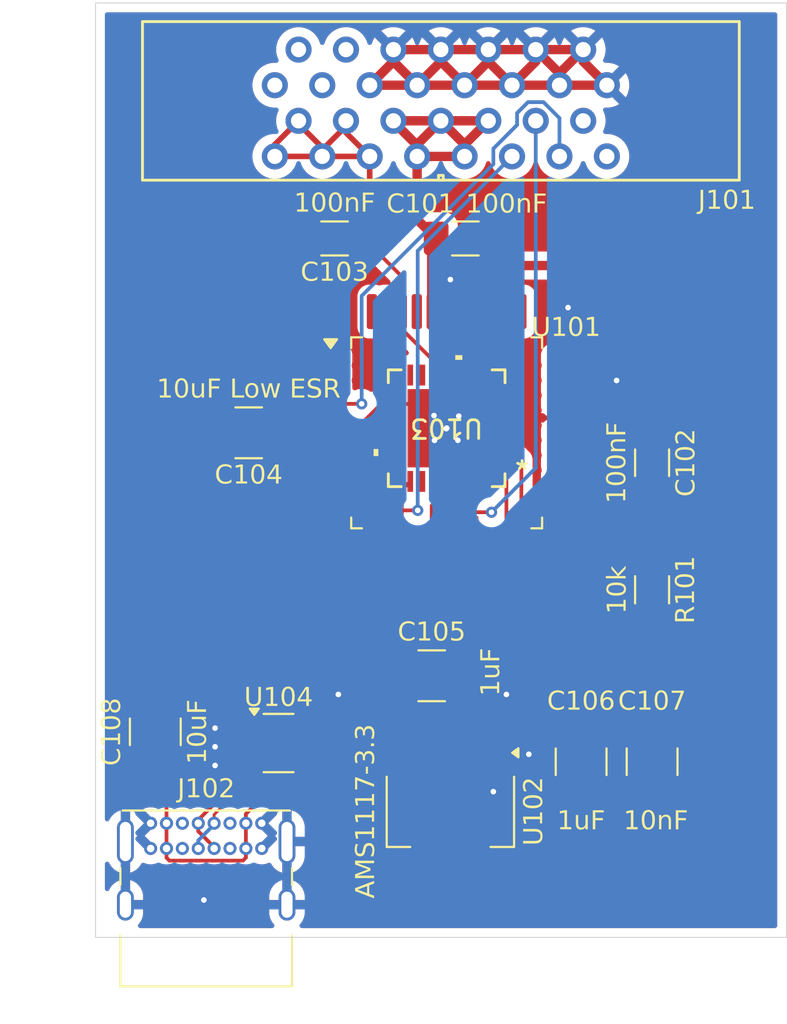
<source format=kicad_pcb>
(kicad_pcb
	(version 20241229)
	(generator "pcbnew")
	(generator_version "9.0")
	(general
		(thickness 1.6)
		(legacy_teardrops no)
	)
	(paper "A4")
	(layers
		(0 "F.Cu" signal)
		(2 "B.Cu" signal)
		(9 "F.Adhes" user "F.Adhesive")
		(11 "B.Adhes" user "B.Adhesive")
		(13 "F.Paste" user)
		(15 "B.Paste" user)
		(5 "F.SilkS" user "F.Silkscreen")
		(7 "B.SilkS" user "B.Silkscreen")
		(1 "F.Mask" user)
		(3 "B.Mask" user)
		(17 "Dwgs.User" user "User.Drawings")
		(19 "Cmts.User" user "User.Comments")
		(21 "Eco1.User" user "User.Eco1")
		(23 "Eco2.User" user "User.Eco2")
		(25 "Edge.Cuts" user)
		(27 "Margin" user)
		(31 "F.CrtYd" user "F.Courtyard")
		(29 "B.CrtYd" user "B.Courtyard")
		(35 "F.Fab" user)
		(33 "B.Fab" user)
		(39 "User.1" user)
		(41 "User.2" user)
		(43 "User.3" user)
		(45 "User.4" user)
	)
	(setup
		(pad_to_mask_clearance 0)
		(allow_soldermask_bridges_in_footprints no)
		(tenting front back)
		(pcbplotparams
			(layerselection 0x00000000_00000000_55555555_5755f5ff)
			(plot_on_all_layers_selection 0x00000000_00000000_00000000_00000000)
			(disableapertmacros no)
			(usegerberextensions no)
			(usegerberattributes yes)
			(usegerberadvancedattributes yes)
			(creategerberjobfile yes)
			(dashed_line_dash_ratio 12.000000)
			(dashed_line_gap_ratio 3.000000)
			(svgprecision 4)
			(plotframeref no)
			(mode 1)
			(useauxorigin no)
			(hpglpennumber 1)
			(hpglpenspeed 20)
			(hpglpendiameter 15.000000)
			(pdf_front_fp_property_popups yes)
			(pdf_back_fp_property_popups yes)
			(pdf_metadata yes)
			(pdf_single_document no)
			(dxfpolygonmode yes)
			(dxfimperialunits yes)
			(dxfusepcbnewfont yes)
			(psnegative no)
			(psa4output no)
			(plot_black_and_white yes)
			(sketchpadsonfab no)
			(plotpadnumbers no)
			(hidednponfab no)
			(sketchdnponfab yes)
			(crossoutdnponfab yes)
			(subtractmaskfromsilk no)
			(outputformat 1)
			(mirror no)
			(drillshape 1)
			(scaleselection 1)
			(outputdirectory "")
		)
	)
	(net 0 "")
	(net 1 "~{MCLR}")
	(net 2 "+3.3V")
	(net 3 "/VCAP")
	(net 4 "VBUS")
	(net 5 "D+")
	(net 6 "GND")
	(net 7 "unconnected-(J101-Pad16)")
	(net 8 "D-")
	(net 9 "unconnected-(J101-Pad18)")
	(net 10 "unconnected-(J101-Pad14)")
	(net 11 "PGC")
	(net 12 "unconnected-(J101-Pad17)")
	(net 13 "unconnected-(J101-Pad19)")
	(net 14 "Net-(J102-D+-PadA6)")
	(net 15 "Net-(J102-D--PadA7)")
	(net 16 "UART_TX")
	(net 17 "unconnected-(J102-CC1-PadA5)")
	(net 18 "unconnected-(J102-CC2-PadB5)")
	(net 19 "HC165_CLK")
	(net 20 "PGD")
	(net 21 "unconnected-(U101-SOSCO{slash}RPA4{slash}T1CK{slash}CTED9{slash}RA4-Pad34)")
	(net 22 "unconnected-(U101-RPC5{slash}PMA3{slash}RC5-Pad38)")
	(net 23 "HC165_DATA")
	(net 24 "unconnected-(U101-RPC7{slash}PMA0{slash}RC7-Pad3)")
	(net 25 "unconnected-(U101-RPB8{slash}SCL1{slash}CTED10{slash}PMD4{slash}RB8-Pad44)")
	(net 26 "unconnected-(U101-RPC4{slash}PMA4{slash}RC4-Pad37)")
	(net 27 "unconnected-(U101-AN12{slash}RPC3{slash}RC3-Pad36)")
	(net 28 "HC165_S~{L}")
	(net 29 "unconnected-(U101-AN11{slash}RPB13{slash}CTPLS{slash}PMRD{slash}RB13-Pad11)")
	(net 30 "unconnected-(U101-AN5{slash}C1INA{slash}C2INC{slash}RTCC{slash}RPB3{slash}SCL2{slash}PMWR{slash}RB3-Pad24)")
	(net 31 "unconnected-(U101-AN4{slash}C1INB{slash}C2IND{slash}RPB2{slash}SDA2{slash}CTED13{slash}PMD2{slash}RB2-Pad23)")
	(net 32 "unconnected-(U101-RPC9{slash}CTED7{slash}PMA6{slash}RC9-Pad5)")
	(net 33 "unconnected-(U101-PGED{slash}TMS{slash}PMA10{slash}RA10-Pad12)")
	(net 34 "unconnected-(U101-OSC1{slash}CLKI{slash}RPA2{slash}RA2-Pad30)")
	(net 35 "unconnected-(U101-RPC6{slash}PMA1{slash}RC6-Pad2)")
	(net 36 "unconnected-(U101-RPB7{slash}CTED3{slash}PMD5{slash}INT0{slash}RB7-Pad43)")
	(net 37 "unconnected-(U101-OSC2{slash}CLKO{slash}RPA3{slash}RA3-Pad31)")
	(net 38 "unconnected-(U101-AN7{slash}RPC1{slash}RC1-Pad26)")
	(net 39 "unconnected-(U101-PGEC3{slash}VREF-{slash}CVREF-{slash}AN1{slash}RPA1{slash}CTED2{slash}PMD6{slash}RA1-Pad20)")
	(net 40 "unconnected-(U101-TDO{slash}RPA8{slash}PMA8{slash}RA8-Pad32)")
	(net 41 "unconnected-(U101-AN8{slash}RPC2{slash}PMA2{slash}RC2-Pad27)")
	(net 42 "unconnected-(U101-SOSCI{slash}RPB4{slash}RB4-Pad33)")
	(net 43 "unconnected-(U101-PGEC{slash}TCK{slash}CTED8{slash}PMA7{slash}RA7-Pad13)")
	(net 44 "unconnected-(U101-TDI{slash}RPA9{slash}PMA9{slash}RA9-Pad35)")
	(net 45 "PIXEL_DATA")
	(net 46 "unconnected-(U101-AN9{slash}C3INA{slash}RPB15{slash}SCK2{slash}CTED6{slash}PMCS1{slash}RB15-Pad15)")
	(net 47 "unconnected-(U101-RPB9{slash}SDA1{slash}CTED4{slash}PMD3{slash}RB9-Pad1)")
	(net 48 "unconnected-(U101-RPB5{slash}USBID{slash}RB5-Pad41)")
	(net 49 "unconnected-(U103-AN4{slash}C1INB{slash}C2IND{slash}RPB2{slash}SDA2{slash}CTED13{slash}PMD2{slash}RB2-Pad3)")
	(net 50 "unconnected-(U103-TMS{slash}RPB5{slash}USBID{slash}RB5-Pad11)")
	(net 51 "unconnected-(U103-AN9{slash}C3INA{slash}RPB15{slash}SCK2{slash}CTED6{slash}PMCS1{slash}RB15-Pad23)")
	(net 52 "unconnected-(U103-SOSCI{slash}RPB4{slash}RB4-Pad8)")
	(net 53 "unconnected-(U103-PGEC3{slash}VREF-{slash}CVREF-{slash}AN1{slash}RPA1{slash}CTED2{slash}PMD6{slash}RA1-Pad28)")
	(net 54 "unconnected-(U103-SOSCO{slash}RPA4{slash}T1CK{slash}CTED9{slash}PMA1{slash}RA4-Pad9)")
	(net 55 "unconnected-(U103-OSC1{slash}CLKI{slash}RPA2{slash}RA2-Pad6)")
	(net 56 "unconnected-(U103-OSC2{slash}CLKO{slash}RPA3{slash}PMA0{slash}RA3-Pad7)")
	(net 57 "unconnected-(U103-TDO{slash}RPB9{slash}SDA1{slash}CTED4{slash}PMD3{slash}RB9-Pad15)")
	(net 58 "unconnected-(U103-TCK{slash}RPB8{slash}SCL1{slash}CTED10{slash}PMD4{slash}RB8-Pad14)")
	(net 59 "unconnected-(U103-TDI{slash}RPB7{slash}CTED3{slash}PMD5{slash}INT0{slash}RB7-Pad13)")
	(net 60 "unconnected-(U103-AN5{slash}C1INA{slash}C2INC{slash}RTCC{slash}RPB3{slash}SCL2{slash}PMWR{slash}RB3-Pad4)")
	(footprint "Package_TO_SOT_SMD:SOT-23-6" (layer "F.Cu") (at 34.8 60.6))
	(footprint "Capacitor_SMD:C_1210_3225Metric_Pad1.33x2.70mm_HandSolder" (layer "F.Cu") (at 51 61.6 -90))
	(footprint "Capacitor_SMD:C_1206_3216Metric_Pad1.33x1.80mm_HandSolder" (layer "F.Cu") (at 44.8 33.6))
	(footprint "FrozenFootprints:TX24_CON30_2x15" (layer "F.Cu") (at 43.49 30.353 180))
	(footprint "Capacitor_SMD:C_1210_3225Metric_Pad1.33x2.70mm_HandSolder" (layer "F.Cu") (at 28.2 60 90))
	(footprint "Resistor_SMD:R_1206_3216Metric" (layer "F.Cu") (at 54.8 52.4 -90))
	(footprint "Capacitor_SMD:C_1210_3225Metric_Pad1.33x2.70mm_HandSolder"
		(layer "F.Cu")
		(uuid "a4d227a0-2a71-4417-b989-419dcd715a3e")
		(at 54.8 61.6 -90)
		(descr "Capacitor SMD 1210 (3225 Metric), square (rectangular) end terminal, IPC-7351 nominal with elongated pad for handsoldering. (Body size source: IPC-SM-782 page 76, https://www.pcb-3d.com/wordpress/wp-content/uploads/ipc-sm-782a_amendment_1_and_2.pdf), generated with kicad-footprint-generator")
		(tags "capacitor handsolder")
		(property "Reference" "C107"
			(at -3.2 0 180)
			(layer "F.SilkS")
			(uuid "72f1f9fd-0624-4d20-b8a3-ddc78175928e")
			(effects
				(font
					(face "Monaspace Krypton")
					(size 1 1)
					(thickness 0.15)
				)
			)
			(render_cache "C107" 0
				(polygon
					(pts
						(xy 53.400183 58.815) (xy 53.816678 58.815) (xy 53.835546 58.693244) (xy 53.472235 58.693244)
						(xy 53.276962 58.398504) (xy 53.276962 58.202744) (xy 53.472235 57.91295) (xy 53.835546 57.91295)
						(xy 53.816678 57.791133) (xy 53.400183 57.791133) (xy 53.142568 58.160673) (xy 53.142568 58.440636)
					)
				)
				(polygon
					(pts
						(xy 54.036741 58.815) (xy 54.712194 58.815) (xy 54.712194 58.700205) (xy 54.443405 58.700205)
						(xy 54.443405 57.791133) (xy 54.325802 57.791133) (xy 54.064035 57.878145) (xy 54.064035 57.999534)
						(xy 54.307606 57.920277) (xy 54.307606 58.700205) (xy 54.036741 58.700205)
					)
				)
				(polygon
					(pts
						(xy 55.303262 58.396856) (xy 55.165387 58.396856) (xy 55.165387 58.207873) (xy 55.303262 58.207873)
					)
				)
				(polygon
					(pts
						(xy 55.590247 58.16226) (xy 55.590247 58.439049) (xy 55.327747 58.815) (xy 55.140169 58.815) (xy 54.877669 58.439049)
						(xy 54.877669 58.202988) (xy 55.012064 58.202988) (xy 55.012064 58.39826) (xy 55.201046 58.691107)
						(xy 55.266137 58.691107) (xy 55.455853 58.39826) (xy 55.455853 58.202988) (xy 55.27035 57.915087)
						(xy 55.204588 57.915087) (xy 55.012064 58.202988) (xy 54.877669 58.202988) (xy 54.877669 58.16226)
						(xy 55.140169 57.791133) (xy 55.336845 57.791133)
					)
				)
				(polygon
					(pts
						(xy 55.946109 58.815) (xy 56.078428 58.815) (xy 56.078428 58.575825) (xy 56.445891 57.908065)
						(xy 56.406019 57.791133) (xy 55.754989 57.791133) (xy 55.741006 57.905989) (xy 56.298918 57.905989)
						(xy 55.946109 58.544989)
					)
				)
			)
		)
		(property "Value" "10nF"
			(at 3.2 -0.2 180)
			(layer "F.SilkS")
			(uuid "bf94d80a-36ad-4eb9-96fd-9e83f239b913")
			(effects
				(font
					(face "Monaspace Krypton")
					(size 1 1)
					(thickness 0.15)
				)
			)
			(render_cache "10nF" 0
				(polygon
					(pts
						(xy 53.36919 65.215) (xy 54.044644 65.215) (xy 54.044644 65.100205) (xy 53.775855 65.100205) (xy 53.775855 64.191133)
						(xy 53.658252 64.191133) (xy 53.396484 64.278145) (xy 53.396484 64.399534) (xy 53.640056 64.320277)
						(xy 53.640056 65.100205) (xy 53.36919 65.100205)
					)
				)
				(polygon
					(pts
						(xy 54.635711 64.796856) (xy 54.497836 64.796856) (xy 54.497836 64.607873) (xy 54.635711 64.607873)
					)
				)
				(polygon
					(pts
						(xy 54.922697 64.56226) (xy 54.922697 64.839049) (xy 54.660197 65.215) (xy 54.472618 65.215) (xy 54.210118 64.839049)
						(xy 54.210118 64.602988) (xy 54.344513 64.602988) (xy 54.344513 64.79826) (xy 54.533496 65.091107)
						(xy 54.598587 65.091107) (xy 54.788302 64.79826) (xy 54.788302 64.602988) (xy 54.6028 64.315087)
						(xy 54.537037 64.315087) (xy 54.344513 64.602988) (xy 54.210118 64.602988) (xy 54.210118 64.56226)
						(xy 54.472618 64.191133) (xy 54.669295 64.191133)
					)
				)
				(polygon
					(pts
						(xy 55.604073 65.215) (xy 55.738468 65.215) (xy 55.738468 64.666308) (xy 55.556446 64.480317)
						(xy 55.256882 64.573312) (xy 55.226779 64.495949) (xy 55.129448 64.495949) (xy 55.129448 65.215)
						(xy 55.263171 65.215) (xy 55.263171 64.656966) (xy 55.509551 64.599569) (xy 55.604073 64.698304)
					)
				)
				(polygon
					(pts
						(xy 56.008906 65.215) (xy 56.144705 65.215) (xy 56.144705 64.796856) (xy 56.540928 64.796856)
						(xy 56.540928 64.69116) (xy 56.144705 64.69116) (xy 56.144705 64.301043) (xy 56.627695 64.301043)
						(xy 56.611636 64.191133) (xy 56.008906 64.191133)
					)
				)
			)
		)
		(property "Datasheet" "~"
			(at 0 0 90)
			(layer "F.Fab")
			(hide yes)
			(uuid "c203d04d-0bd9-4b67-8369-a7b286af1a29")
			(effects
				(font
					(face "Monaspace Krypton")
					(size 1.27 1.27)
					(thickness 0.15)
				)
			)
			(render_cache "~" 90
				(polygon
					(pts
						(xy 54.941718 61.40776) (xy 54.939148 61.372646) (xy 54.931084 61.339548) (xy 54.919041 61.312304)
						(xy 54.901984 61.286943) (xy 54.880723 61.264659) (xy 54.854266 61.24436) (xy 54.783157 61.209755)
						(xy 54.680598 61.183968) (xy 54.588801 61.173025) (xy 54.570112 61.303691) (xy 54.644647 61.315651)
						(xy 54.702066 61.33098) (xy 54.734264 61.34489) (xy 54.75826 61.361287) (xy 54.772334 61.377021)
						(xy 54.781363 61.394824) (xy 54.786081 61.424665) (xy 54.776935 61.46824) (xy 54.749404 61.509539)
						(xy 54.68525 61.567477) (xy 54.636369 61.60926) (xy 54.592186 61.657673) (xy 54.574195 61.685724)
						(xy 54.560186 61.717062) (xy 54.551095 61.75223) (xy 54.547856 61.791773) (xy 54.550423 61.8265)
						(xy 54.558465 61.859318) (xy 54.570534 61.886531) (xy 54.587628 61.911907) (xy 54.608972 61.934279)
						(xy 54.635531 61.954685) (xy 54.706851 61.98951) (xy 54.809424 62.015454) (xy 54.901704 62.026508)
						(xy 54.920392 61.895764) (xy 54.846891 61.884038) (xy 54.790061 61.868972) (xy 54.757504 61.85507)
						(xy 54.733184 61.838705) (xy 54.718784 61.82295) (xy 54.709467 61.80516) (xy 54.704346 61.774015)
						(xy 54.713491 61.730397) (xy 54.740989 61.689151) (xy 54.804833 61.631524) (xy 54.853534 61.589911)
						(xy 54.897554 61.541658) (xy 54.915477 61.513677) (xy 54.929434 61.482397) (xy 54.938492 61.447273)
					)
				)
			)
		)
		(property "Description" "Unpolarized capacitor, small symbol"
			(at 0 0 90)
			(layer "F.Fab")
			(hide yes)
			(uuid "fd7eb017-db81-4331-8ae2-cda0ede00a50")
			(effects
				(font
					(face "Monaspace Krypton")
					(size 1.27 1.27)
					(thickness 0.15)
				)
			)
			(render_cache "Unpolarized capacitor, small symbol" 90
				(polygon
					(pts
						(xy 55.32705 80.552356) (xy 55.32705 80.079474) (xy 55.135896 79.926551) (xy 54.02674 79.926551)
						(xy 54.02674 80.1008) (xy 55.072617 80.1008) (xy 55.181261 80.180751) (xy 55.181261 80.451002)
						(xy 55.072617 80.531031) (xy 54.02674 80.531031) (xy 54.02674 80.705279) (xy 55.135896 80.705279)
					)
				)
				(polygon
					(pts
						(xy 55.32705 78.99808) (xy 55.32705 78.827399) (xy 54.630211 78.827399) (xy 54.394003 79.058566)
						(xy 54.512107 79.439013) (xy 54.413855 79.477243) (xy 54.413855 79.600853) (xy 55.32705 79.600853)
						(xy 55.32705 79.431025) (xy 54.618347 79.431025) (xy 54.545452 79.118123) (xy 54.670846 78.99808)
					)
				)
				(polygon
					(pts
						(xy 55.32705 77.975389) (xy 55.32705 78.339937) (xy 55.666551 78.339937) (xy 55.684387 78.511472)
						(xy 54.413855 78.511472) (xy 54.413855 78.393212) (xy 54.522731 78.359479) (xy 54.411185 78.013619)
						(xy 54.55437 78.013619) (xy 54.635329 78.350561) (xy 55.193746 78.350561) (xy 55.193746 78.05185)
						(xy 54.999878 77.863411) (xy 54.679764 77.863411) (xy 54.55437 78.013619) (xy 54.411185 78.013619)
						(xy 54.394003 77.960344) (xy 54.63277 77.694513) (xy 55.050827 77.694513)
					)
				)
				(polygon
					(pts
						(xy 55.32705 76.873599) (xy 55.32705 77.148349) (xy 55.022134 77.437289) (xy 54.718848 77.437289)
						(xy 54.413855 77.148349) (xy 54.413855 76.939437) (xy 54.555223 76.939437) (xy 54.555223 77.082511)
						(xy 54.761576 77.278163) (xy 54.979406 77.278163) (xy 55.185759 77.082511) (xy 55.185759 76.939437)
						(xy 54.979406 76.742932) (xy 54.761576 76.742932) (xy 54.555223 76.939437) (xy 54.413855 76.939437)
						(xy 54.413855 76.861192) (xy 54.718848 76.583806) (xy 55.022134 76.583806)
					)
				)
				(polygon
					(pts
						(xy 55.32705 75.844782) (xy 55.32705 75.496285) (xy 55.180408 75.475813) (xy 55.180408 75.761186)
						(xy 55.010657 75.902554) (xy 54.069468 75.902554) (xy 53.967183 75.993207) (xy 53.967183 76.363029)
						(xy 54.114833 76.383502) (xy 54.114833 76.067885) (xy 55.062226 76.067885)
					)
				)
				(polygon
					(pts
						(xy 55.32705 74.518959) (xy 55.214761 74.554476) (xy 55.346902 75.009677) (xy 55.14683 75.253253)
						(xy 54.938073 75.253253) (xy 5
... [516693 chars truncated]
</source>
